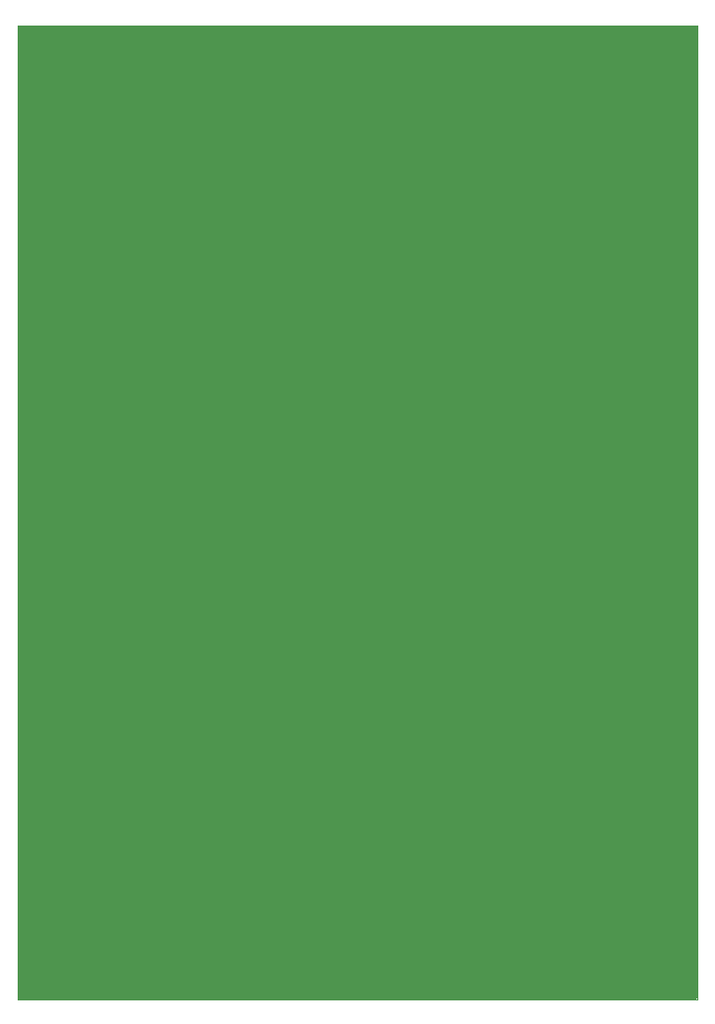
<source format=gbr>
%TF.GenerationSoftware,KiCad,Pcbnew,7.0.7*%
%TF.CreationDate,2024-05-19T18:37:37+02:00*%
%TF.ProjectId,Smart-mobility,536d6172-742d-46d6-9f62-696c6974792e,rev?*%
%TF.SameCoordinates,Original*%
%TF.FileFunction,Profile,NP*%
%FSLAX46Y46*%
G04 Gerber Fmt 4.6, Leading zero omitted, Abs format (unit mm)*
G04 Created by KiCad (PCBNEW 7.0.7) date 2024-05-19 18:37:37*
%MOMM*%
%LPD*%
G01*
G04 APERTURE LIST*
%TA.AperFunction,Profile*%
%ADD10C,0.100000*%
%TD*%
G04 APERTURE END LIST*
D10*
X48220000Y-30480000D02*
X106800000Y-30480000D01*
X106800000Y-114380000D01*
X48220000Y-114380000D01*
X48220000Y-30480000D01*
G36*
X106743039Y-30499685D02*
G01*
X106788794Y-30552489D01*
X106800000Y-30604000D01*
X106800000Y-114256000D01*
X106780315Y-114323039D01*
X106727511Y-114368794D01*
X106676000Y-114380000D01*
X48344000Y-114380000D01*
X48276961Y-114360315D01*
X48231206Y-114307511D01*
X48220000Y-114256000D01*
X48220000Y-30604000D01*
X48239685Y-30536961D01*
X48292489Y-30491206D01*
X48344000Y-30480000D01*
X106676000Y-30480000D01*
X106743039Y-30499685D01*
G37*
M02*

</source>
